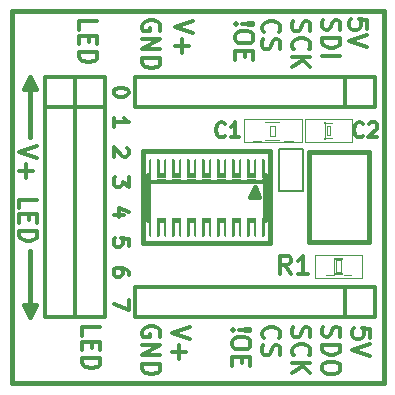
<source format=gto>
G04 (created by PCBNEW-RS274X (2011-07-08)-stable) date Wed 05 Oct 2011 12:27:17 PM CEST*
G01*
G70*
G90*
%MOIN*%
G04 Gerber Fmt 3.4, Leading zero omitted, Abs format*
%FSLAX34Y34*%
G04 APERTURE LIST*
%ADD10C,0.006000*%
%ADD11C,0.012000*%
%ADD12C,0.015000*%
%ADD13C,0.002600*%
%ADD14C,0.002000*%
%ADD15C,0.004000*%
%ADD16C,0.008000*%
%ADD17C,0.060000*%
%ADD18R,0.055000X0.055000*%
%ADD19C,0.055000*%
%ADD20R,0.023600X0.086600*%
%ADD21R,0.051100X0.059000*%
%ADD22R,0.062900X0.070800*%
%ADD23R,0.040000X0.040000*%
G04 APERTURE END LIST*
G54D10*
G54D11*
X49114Y-28014D02*
X49086Y-28042D01*
X49057Y-28014D01*
X49086Y-27985D01*
X49114Y-28014D01*
X49057Y-28014D01*
X49286Y-28014D02*
X49629Y-27985D01*
X49657Y-28014D01*
X49629Y-28042D01*
X49286Y-28014D01*
X49657Y-28014D01*
X49657Y-28414D02*
X49657Y-28528D01*
X49629Y-28586D01*
X49571Y-28643D01*
X49457Y-28671D01*
X49257Y-28671D01*
X49143Y-28643D01*
X49086Y-28586D01*
X49057Y-28528D01*
X49057Y-28414D01*
X49086Y-28357D01*
X49143Y-28300D01*
X49257Y-28271D01*
X49457Y-28271D01*
X49571Y-28300D01*
X49629Y-28357D01*
X49657Y-28414D01*
X49371Y-28929D02*
X49371Y-29129D01*
X49057Y-29215D02*
X49057Y-28929D01*
X49657Y-28929D01*
X49657Y-29215D01*
X44057Y-28215D02*
X44057Y-27929D01*
X44657Y-27929D01*
X44371Y-28415D02*
X44371Y-28615D01*
X44057Y-28701D02*
X44057Y-28415D01*
X44657Y-28415D01*
X44657Y-28701D01*
X44057Y-28958D02*
X44657Y-28958D01*
X44657Y-29101D01*
X44629Y-29186D01*
X44571Y-29244D01*
X44514Y-29272D01*
X44400Y-29301D01*
X44314Y-29301D01*
X44200Y-29272D01*
X44143Y-29244D01*
X44086Y-29186D01*
X44057Y-29101D01*
X44057Y-28958D01*
X43957Y-18015D02*
X43957Y-17729D01*
X44557Y-17729D01*
X44271Y-18215D02*
X44271Y-18415D01*
X43957Y-18501D02*
X43957Y-18215D01*
X44557Y-18215D01*
X44557Y-18501D01*
X43957Y-18758D02*
X44557Y-18758D01*
X44557Y-18901D01*
X44529Y-18986D01*
X44471Y-19044D01*
X44414Y-19072D01*
X44300Y-19101D01*
X44214Y-19101D01*
X44100Y-19072D01*
X44043Y-19044D01*
X43986Y-18986D01*
X43957Y-18901D01*
X43957Y-18758D01*
G54D12*
X42100Y-27200D02*
X42300Y-27600D01*
X42500Y-27200D02*
X42100Y-27200D01*
X42300Y-27600D02*
X42500Y-27200D01*
X42500Y-20000D02*
X42300Y-19600D01*
X42100Y-20000D02*
X42500Y-20000D01*
X42300Y-19600D02*
X42100Y-20000D01*
X42300Y-27600D02*
X42300Y-25400D01*
X42300Y-19600D02*
X42300Y-21600D01*
X54100Y-17400D02*
X41700Y-17400D01*
X54100Y-29800D02*
X54100Y-17400D01*
X41700Y-29800D02*
X54100Y-29800D01*
X41700Y-17400D02*
X41700Y-29800D01*
G54D11*
X46629Y-18043D02*
X46657Y-17986D01*
X46657Y-17900D01*
X46629Y-17815D01*
X46571Y-17757D01*
X46514Y-17729D01*
X46400Y-17700D01*
X46314Y-17700D01*
X46200Y-17729D01*
X46143Y-17757D01*
X46086Y-17815D01*
X46057Y-17900D01*
X46057Y-17957D01*
X46086Y-18043D01*
X46114Y-18072D01*
X46314Y-18072D01*
X46314Y-17957D01*
X46057Y-18329D02*
X46657Y-18329D01*
X46057Y-18672D01*
X46657Y-18672D01*
X46057Y-18958D02*
X46657Y-18958D01*
X46657Y-19101D01*
X46629Y-19186D01*
X46571Y-19244D01*
X46514Y-19272D01*
X46400Y-19301D01*
X46314Y-19301D01*
X46200Y-19272D01*
X46143Y-19244D01*
X46086Y-19186D01*
X46057Y-19101D01*
X46057Y-18958D01*
X47757Y-17729D02*
X47157Y-17929D01*
X47757Y-18129D01*
X47386Y-18329D02*
X47386Y-18786D01*
X47157Y-18557D02*
X47614Y-18557D01*
X49214Y-17814D02*
X49186Y-17842D01*
X49157Y-17814D01*
X49186Y-17785D01*
X49214Y-17814D01*
X49157Y-17814D01*
X49386Y-17814D02*
X49729Y-17785D01*
X49757Y-17814D01*
X49729Y-17842D01*
X49386Y-17814D01*
X49757Y-17814D01*
X49757Y-18214D02*
X49757Y-18328D01*
X49729Y-18386D01*
X49671Y-18443D01*
X49557Y-18471D01*
X49357Y-18471D01*
X49243Y-18443D01*
X49186Y-18386D01*
X49157Y-18328D01*
X49157Y-18214D01*
X49186Y-18157D01*
X49243Y-18100D01*
X49357Y-18071D01*
X49557Y-18071D01*
X49671Y-18100D01*
X49729Y-18157D01*
X49757Y-18214D01*
X49471Y-18729D02*
X49471Y-18929D01*
X49157Y-19015D02*
X49157Y-18729D01*
X49757Y-18729D01*
X49757Y-19015D01*
X50114Y-18101D02*
X50086Y-18072D01*
X50057Y-17986D01*
X50057Y-17929D01*
X50086Y-17844D01*
X50143Y-17786D01*
X50200Y-17758D01*
X50314Y-17729D01*
X50400Y-17729D01*
X50514Y-17758D01*
X50571Y-17786D01*
X50629Y-17844D01*
X50657Y-17929D01*
X50657Y-17986D01*
X50629Y-18072D01*
X50600Y-18101D01*
X50086Y-18329D02*
X50057Y-18415D01*
X50057Y-18558D01*
X50086Y-18615D01*
X50114Y-18644D01*
X50171Y-18672D01*
X50229Y-18672D01*
X50286Y-18644D01*
X50314Y-18615D01*
X50343Y-18558D01*
X50371Y-18444D01*
X50400Y-18386D01*
X50429Y-18358D01*
X50486Y-18329D01*
X50543Y-18329D01*
X50600Y-18358D01*
X50629Y-18386D01*
X50657Y-18444D01*
X50657Y-18586D01*
X50629Y-18672D01*
X51086Y-17729D02*
X51057Y-17815D01*
X51057Y-17958D01*
X51086Y-18015D01*
X51114Y-18044D01*
X51171Y-18072D01*
X51229Y-18072D01*
X51286Y-18044D01*
X51314Y-18015D01*
X51343Y-17958D01*
X51371Y-17844D01*
X51400Y-17786D01*
X51429Y-17758D01*
X51486Y-17729D01*
X51543Y-17729D01*
X51600Y-17758D01*
X51629Y-17786D01*
X51657Y-17844D01*
X51657Y-17986D01*
X51629Y-18072D01*
X51114Y-18672D02*
X51086Y-18643D01*
X51057Y-18557D01*
X51057Y-18500D01*
X51086Y-18415D01*
X51143Y-18357D01*
X51200Y-18329D01*
X51314Y-18300D01*
X51400Y-18300D01*
X51514Y-18329D01*
X51571Y-18357D01*
X51629Y-18415D01*
X51657Y-18500D01*
X51657Y-18557D01*
X51629Y-18643D01*
X51600Y-18672D01*
X51057Y-18929D02*
X51657Y-18929D01*
X51057Y-19272D02*
X51400Y-19015D01*
X51657Y-19272D02*
X51314Y-18929D01*
X52086Y-17686D02*
X52057Y-17772D01*
X52057Y-17915D01*
X52086Y-17972D01*
X52114Y-18001D01*
X52171Y-18029D01*
X52229Y-18029D01*
X52286Y-18001D01*
X52314Y-17972D01*
X52343Y-17915D01*
X52371Y-17801D01*
X52400Y-17743D01*
X52429Y-17715D01*
X52486Y-17686D01*
X52543Y-17686D01*
X52600Y-17715D01*
X52629Y-17743D01*
X52657Y-17801D01*
X52657Y-17943D01*
X52629Y-18029D01*
X52057Y-18286D02*
X52657Y-18286D01*
X52657Y-18429D01*
X52629Y-18514D01*
X52571Y-18572D01*
X52514Y-18600D01*
X52400Y-18629D01*
X52314Y-18629D01*
X52200Y-18600D01*
X52143Y-18572D01*
X52086Y-18514D01*
X52057Y-18429D01*
X52057Y-18286D01*
X52057Y-18886D02*
X52657Y-18886D01*
X53557Y-17987D02*
X53557Y-17701D01*
X53271Y-17672D01*
X53300Y-17701D01*
X53329Y-17758D01*
X53329Y-17901D01*
X53300Y-17958D01*
X53271Y-17987D01*
X53214Y-18015D01*
X53071Y-18015D01*
X53014Y-17987D01*
X52986Y-17958D01*
X52957Y-17901D01*
X52957Y-17758D01*
X52986Y-17701D01*
X53014Y-17672D01*
X53557Y-18186D02*
X52957Y-18386D01*
X53557Y-18586D01*
X53657Y-28287D02*
X53657Y-28001D01*
X53371Y-27972D01*
X53400Y-28001D01*
X53429Y-28058D01*
X53429Y-28201D01*
X53400Y-28258D01*
X53371Y-28287D01*
X53314Y-28315D01*
X53171Y-28315D01*
X53114Y-28287D01*
X53086Y-28258D01*
X53057Y-28201D01*
X53057Y-28058D01*
X53086Y-28001D01*
X53114Y-27972D01*
X53657Y-28486D02*
X53057Y-28686D01*
X53657Y-28886D01*
X52086Y-27914D02*
X52057Y-28000D01*
X52057Y-28143D01*
X52086Y-28200D01*
X52114Y-28229D01*
X52171Y-28257D01*
X52229Y-28257D01*
X52286Y-28229D01*
X52314Y-28200D01*
X52343Y-28143D01*
X52371Y-28029D01*
X52400Y-27971D01*
X52429Y-27943D01*
X52486Y-27914D01*
X52543Y-27914D01*
X52600Y-27943D01*
X52629Y-27971D01*
X52657Y-28029D01*
X52657Y-28171D01*
X52629Y-28257D01*
X52057Y-28514D02*
X52657Y-28514D01*
X52657Y-28657D01*
X52629Y-28742D01*
X52571Y-28800D01*
X52514Y-28828D01*
X52400Y-28857D01*
X52314Y-28857D01*
X52200Y-28828D01*
X52143Y-28800D01*
X52086Y-28742D01*
X52057Y-28657D01*
X52057Y-28514D01*
X52657Y-29228D02*
X52657Y-29342D01*
X52629Y-29400D01*
X52571Y-29457D01*
X52457Y-29485D01*
X52257Y-29485D01*
X52143Y-29457D01*
X52086Y-29400D01*
X52057Y-29342D01*
X52057Y-29228D01*
X52086Y-29171D01*
X52143Y-29114D01*
X52257Y-29085D01*
X52457Y-29085D01*
X52571Y-29114D01*
X52629Y-29171D01*
X52657Y-29228D01*
X51086Y-27929D02*
X51057Y-28015D01*
X51057Y-28158D01*
X51086Y-28215D01*
X51114Y-28244D01*
X51171Y-28272D01*
X51229Y-28272D01*
X51286Y-28244D01*
X51314Y-28215D01*
X51343Y-28158D01*
X51371Y-28044D01*
X51400Y-27986D01*
X51429Y-27958D01*
X51486Y-27929D01*
X51543Y-27929D01*
X51600Y-27958D01*
X51629Y-27986D01*
X51657Y-28044D01*
X51657Y-28186D01*
X51629Y-28272D01*
X51114Y-28872D02*
X51086Y-28843D01*
X51057Y-28757D01*
X51057Y-28700D01*
X51086Y-28615D01*
X51143Y-28557D01*
X51200Y-28529D01*
X51314Y-28500D01*
X51400Y-28500D01*
X51514Y-28529D01*
X51571Y-28557D01*
X51629Y-28615D01*
X51657Y-28700D01*
X51657Y-28757D01*
X51629Y-28843D01*
X51600Y-28872D01*
X51057Y-29129D02*
X51657Y-29129D01*
X51057Y-29472D02*
X51400Y-29215D01*
X51657Y-29472D02*
X51314Y-29129D01*
X50114Y-28301D02*
X50086Y-28272D01*
X50057Y-28186D01*
X50057Y-28129D01*
X50086Y-28044D01*
X50143Y-27986D01*
X50200Y-27958D01*
X50314Y-27929D01*
X50400Y-27929D01*
X50514Y-27958D01*
X50571Y-27986D01*
X50629Y-28044D01*
X50657Y-28129D01*
X50657Y-28186D01*
X50629Y-28272D01*
X50600Y-28301D01*
X50086Y-28529D02*
X50057Y-28615D01*
X50057Y-28758D01*
X50086Y-28815D01*
X50114Y-28844D01*
X50171Y-28872D01*
X50229Y-28872D01*
X50286Y-28844D01*
X50314Y-28815D01*
X50343Y-28758D01*
X50371Y-28644D01*
X50400Y-28586D01*
X50429Y-28558D01*
X50486Y-28529D01*
X50543Y-28529D01*
X50600Y-28558D01*
X50629Y-28586D01*
X50657Y-28644D01*
X50657Y-28786D01*
X50629Y-28872D01*
X47657Y-27929D02*
X47057Y-28129D01*
X47657Y-28329D01*
X47286Y-28529D02*
X47286Y-28986D01*
X47057Y-28757D02*
X47514Y-28757D01*
X46629Y-28243D02*
X46657Y-28186D01*
X46657Y-28100D01*
X46629Y-28015D01*
X46571Y-27957D01*
X46514Y-27929D01*
X46400Y-27900D01*
X46314Y-27900D01*
X46200Y-27929D01*
X46143Y-27957D01*
X46086Y-28015D01*
X46057Y-28100D01*
X46057Y-28157D01*
X46086Y-28243D01*
X46114Y-28272D01*
X46314Y-28272D01*
X46314Y-28157D01*
X46057Y-28529D02*
X46657Y-28529D01*
X46057Y-28872D01*
X46657Y-28872D01*
X46057Y-29158D02*
X46657Y-29158D01*
X46657Y-29301D01*
X46629Y-29386D01*
X46571Y-29444D01*
X46514Y-29472D01*
X46400Y-29501D01*
X46314Y-29501D01*
X46200Y-29472D01*
X46143Y-29444D01*
X46086Y-29386D01*
X46057Y-29301D01*
X46057Y-29158D01*
X45431Y-24195D02*
X45098Y-24195D01*
X45621Y-24076D02*
X45264Y-23957D01*
X45264Y-24267D01*
X45598Y-25219D02*
X45598Y-24981D01*
X45360Y-24957D01*
X45383Y-24981D01*
X45407Y-25029D01*
X45407Y-25148D01*
X45383Y-25195D01*
X45360Y-25219D01*
X45312Y-25243D01*
X45193Y-25243D01*
X45145Y-25219D01*
X45121Y-25195D01*
X45098Y-25148D01*
X45098Y-25029D01*
X45121Y-24981D01*
X45145Y-24957D01*
X45598Y-27033D02*
X45598Y-27367D01*
X45098Y-27152D01*
X45598Y-26195D02*
X45598Y-26100D01*
X45574Y-26052D01*
X45550Y-26029D01*
X45479Y-25981D01*
X45383Y-25957D01*
X45193Y-25957D01*
X45145Y-25981D01*
X45121Y-26005D01*
X45098Y-26052D01*
X45098Y-26148D01*
X45121Y-26195D01*
X45145Y-26219D01*
X45193Y-26243D01*
X45312Y-26243D01*
X45360Y-26219D01*
X45383Y-26195D01*
X45407Y-26148D01*
X45407Y-26052D01*
X45383Y-26005D01*
X45360Y-25981D01*
X45312Y-25957D01*
X45550Y-21957D02*
X45574Y-21981D01*
X45598Y-22029D01*
X45598Y-22148D01*
X45574Y-22195D01*
X45550Y-22219D01*
X45502Y-22243D01*
X45455Y-22243D01*
X45383Y-22219D01*
X45098Y-21933D01*
X45098Y-22243D01*
X45598Y-22933D02*
X45598Y-23243D01*
X45407Y-23076D01*
X45407Y-23148D01*
X45383Y-23195D01*
X45360Y-23219D01*
X45312Y-23243D01*
X45193Y-23243D01*
X45145Y-23219D01*
X45121Y-23195D01*
X45098Y-23148D01*
X45098Y-23005D01*
X45121Y-22957D01*
X45145Y-22933D01*
X45098Y-21243D02*
X45098Y-20957D01*
X45098Y-21100D02*
X45598Y-21100D01*
X45526Y-21052D01*
X45479Y-21005D01*
X45455Y-20957D01*
X45598Y-20076D02*
X45598Y-20124D01*
X45574Y-20172D01*
X45550Y-20195D01*
X45502Y-20219D01*
X45407Y-20243D01*
X45288Y-20243D01*
X45193Y-20219D01*
X45145Y-20195D01*
X45121Y-20172D01*
X45098Y-20124D01*
X45098Y-20076D01*
X45121Y-20029D01*
X45145Y-20005D01*
X45193Y-19981D01*
X45288Y-19957D01*
X45407Y-19957D01*
X45502Y-19981D01*
X45550Y-20005D01*
X45574Y-20029D01*
X45598Y-20076D01*
X42557Y-21886D02*
X41957Y-22086D01*
X42557Y-22286D01*
X42186Y-22486D02*
X42186Y-22943D01*
X41957Y-22714D02*
X42414Y-22714D01*
X41957Y-23972D02*
X41957Y-23686D01*
X42557Y-23686D01*
X42271Y-24172D02*
X42271Y-24372D01*
X41957Y-24458D02*
X41957Y-24172D01*
X42557Y-24172D01*
X42557Y-24458D01*
X41957Y-24715D02*
X42557Y-24715D01*
X42557Y-24858D01*
X42529Y-24943D01*
X42471Y-25001D01*
X42414Y-25029D01*
X42300Y-25058D01*
X42214Y-25058D01*
X42100Y-25029D01*
X42043Y-25001D01*
X41986Y-24943D01*
X41957Y-24858D01*
X41957Y-24715D01*
G54D12*
X51600Y-25100D02*
X53600Y-25100D01*
X53600Y-25100D02*
X53600Y-22100D01*
X53600Y-22100D02*
X51600Y-22100D01*
X51600Y-22100D02*
X51600Y-25100D01*
G54D11*
X44800Y-19600D02*
X44800Y-27600D01*
X44800Y-27600D02*
X43800Y-27600D01*
X43800Y-27600D02*
X43800Y-19600D01*
X43800Y-19600D02*
X44800Y-19600D01*
X43800Y-20600D02*
X44800Y-20600D01*
X43800Y-19600D02*
X43800Y-27600D01*
X43800Y-27600D02*
X42800Y-27600D01*
X42800Y-27600D02*
X42800Y-19600D01*
X42800Y-19600D02*
X43800Y-19600D01*
X42800Y-20600D02*
X43800Y-20600D01*
X53800Y-20600D02*
X45800Y-20600D01*
X45800Y-20600D02*
X45800Y-19600D01*
X45800Y-19600D02*
X53800Y-19600D01*
X53800Y-19600D02*
X53800Y-20600D01*
X52800Y-19600D02*
X52800Y-20600D01*
X53800Y-27600D02*
X45800Y-27600D01*
X45800Y-27600D02*
X45800Y-26600D01*
X45800Y-26600D02*
X53800Y-26600D01*
X53800Y-26600D02*
X53800Y-27600D01*
X52800Y-26600D02*
X52800Y-27600D01*
G54D12*
X49800Y-23250D02*
X49800Y-23600D01*
X49800Y-23250D02*
X49950Y-23600D01*
X49950Y-23600D02*
X49650Y-23600D01*
X49650Y-23600D02*
X49800Y-23250D01*
X50046Y-22380D02*
X49853Y-22380D01*
X49853Y-22380D02*
X49853Y-22813D01*
X50046Y-22813D02*
X49853Y-22813D01*
X50046Y-22380D02*
X50046Y-22813D01*
X49546Y-22380D02*
X49353Y-22380D01*
X49353Y-22380D02*
X49353Y-22813D01*
X49546Y-22813D02*
X49353Y-22813D01*
X49546Y-22380D02*
X49546Y-22813D01*
X49046Y-22380D02*
X48853Y-22380D01*
X48853Y-22380D02*
X48853Y-22813D01*
X49046Y-22813D02*
X48853Y-22813D01*
X49046Y-22380D02*
X49046Y-22813D01*
X48546Y-22380D02*
X48353Y-22380D01*
X48353Y-22380D02*
X48353Y-22813D01*
X48546Y-22813D02*
X48353Y-22813D01*
X48546Y-22380D02*
X48546Y-22813D01*
X47547Y-24387D02*
X47354Y-24387D01*
X47354Y-24387D02*
X47354Y-24820D01*
X47547Y-24820D02*
X47354Y-24820D01*
X47547Y-24387D02*
X47547Y-24820D01*
X48047Y-24387D02*
X47854Y-24387D01*
X47854Y-24387D02*
X47854Y-24820D01*
X48047Y-24820D02*
X47854Y-24820D01*
X48047Y-24387D02*
X48047Y-24820D01*
X48546Y-24387D02*
X48353Y-24387D01*
X48353Y-24387D02*
X48353Y-24820D01*
X48546Y-24820D02*
X48353Y-24820D01*
X48546Y-24387D02*
X48546Y-24820D01*
X49046Y-24387D02*
X48853Y-24387D01*
X48853Y-24387D02*
X48853Y-24820D01*
X49046Y-24820D02*
X48853Y-24820D01*
X49046Y-24387D02*
X49046Y-24820D01*
X48047Y-22380D02*
X47854Y-22380D01*
X47854Y-22380D02*
X47854Y-22813D01*
X48047Y-22813D02*
X47854Y-22813D01*
X48047Y-22380D02*
X48047Y-22813D01*
X47547Y-22380D02*
X47354Y-22380D01*
X47354Y-22380D02*
X47354Y-22813D01*
X47547Y-22813D02*
X47354Y-22813D01*
X47547Y-22380D02*
X47547Y-22813D01*
X47047Y-22380D02*
X46854Y-22380D01*
X46854Y-22380D02*
X46854Y-22813D01*
X47047Y-22813D02*
X46854Y-22813D01*
X47047Y-22380D02*
X47047Y-22813D01*
X46547Y-22380D02*
X46354Y-22380D01*
X46354Y-22380D02*
X46354Y-22813D01*
X46547Y-22813D02*
X46354Y-22813D01*
X46547Y-22380D02*
X46547Y-22813D01*
X46547Y-24387D02*
X46354Y-24387D01*
X46354Y-24387D02*
X46354Y-24820D01*
X46547Y-24820D02*
X46354Y-24820D01*
X46547Y-24387D02*
X46547Y-24820D01*
X47047Y-24387D02*
X46854Y-24387D01*
X46854Y-24387D02*
X46854Y-24820D01*
X47047Y-24820D02*
X46854Y-24820D01*
X47047Y-24387D02*
X47047Y-24820D01*
X49546Y-24387D02*
X49353Y-24387D01*
X49353Y-24387D02*
X49353Y-24820D01*
X49546Y-24820D02*
X49353Y-24820D01*
X49546Y-24387D02*
X49546Y-24820D01*
X50046Y-24387D02*
X49853Y-24387D01*
X49853Y-24387D02*
X49853Y-24820D01*
X50046Y-24820D02*
X49853Y-24820D01*
X50046Y-24387D02*
X50046Y-24820D01*
X50324Y-25135D02*
X46076Y-25135D01*
X46076Y-22065D02*
X50324Y-22065D01*
X50324Y-22065D02*
X50324Y-25135D01*
X46256Y-22852D02*
X50144Y-22852D01*
X50144Y-22852D02*
X50144Y-23049D01*
X50144Y-23049D02*
X50144Y-24348D01*
X50144Y-24348D02*
X46256Y-24348D01*
X46256Y-23049D02*
X50144Y-23049D01*
X46256Y-24348D02*
X46256Y-23049D01*
X46256Y-23049D02*
X46256Y-22852D01*
X46076Y-25135D02*
X46076Y-22065D01*
G54D13*
X52440Y-25625D02*
X52185Y-25625D01*
X52185Y-25625D02*
X52185Y-26176D01*
X52440Y-26176D02*
X52185Y-26176D01*
X52440Y-25625D02*
X52440Y-26176D01*
X53020Y-25625D02*
X52764Y-25625D01*
X52764Y-25625D02*
X52764Y-26176D01*
X53020Y-26176D02*
X52764Y-26176D01*
X53020Y-25625D02*
X53020Y-26176D01*
X52678Y-25704D02*
X52522Y-25704D01*
X52522Y-25704D02*
X52522Y-26096D01*
X52678Y-26096D02*
X52522Y-26096D01*
X52678Y-25704D02*
X52678Y-26096D01*
G54D10*
X52761Y-26150D02*
X52439Y-26150D01*
X52761Y-25650D02*
X52439Y-25650D01*
G54D14*
X53376Y-26287D02*
X51824Y-26287D01*
X51824Y-26287D02*
X51824Y-25513D01*
X51824Y-25513D02*
X53376Y-25513D01*
X53376Y-25513D02*
X53376Y-26287D01*
G54D13*
X51071Y-21049D02*
X50775Y-21049D01*
X50775Y-21049D02*
X50775Y-21718D01*
X51071Y-21718D02*
X50775Y-21718D01*
X51071Y-21049D02*
X51071Y-21718D01*
X50027Y-21050D02*
X49731Y-21050D01*
X49731Y-21050D02*
X49731Y-21719D01*
X50027Y-21719D02*
X49731Y-21719D01*
X50027Y-21050D02*
X50027Y-21719D01*
X50479Y-21227D02*
X50323Y-21227D01*
X50323Y-21227D02*
X50323Y-21541D01*
X50479Y-21541D02*
X50323Y-21541D01*
X50479Y-21227D02*
X50479Y-21541D01*
G54D14*
X51374Y-21771D02*
X49428Y-21771D01*
X49428Y-20997D02*
X51374Y-20997D01*
X51374Y-20997D02*
X51374Y-21771D01*
X49428Y-21771D02*
X49428Y-20997D01*
G54D15*
X50780Y-21693D02*
X50022Y-21693D01*
X50780Y-21075D02*
X50022Y-21075D01*
G54D13*
X51833Y-21661D02*
X52128Y-21661D01*
X52128Y-21661D02*
X52128Y-21091D01*
X51833Y-21091D02*
X52128Y-21091D01*
X51833Y-21661D02*
X51833Y-21091D01*
X52402Y-21661D02*
X52697Y-21661D01*
X52697Y-21661D02*
X52697Y-21091D01*
X52402Y-21091D02*
X52697Y-21091D01*
X52402Y-21661D02*
X52402Y-21091D01*
X52223Y-21533D02*
X52301Y-21533D01*
X52301Y-21533D02*
X52301Y-21219D01*
X52223Y-21219D02*
X52301Y-21219D01*
X52223Y-21533D02*
X52223Y-21219D01*
G54D14*
X51486Y-20989D02*
X53038Y-20989D01*
X53038Y-21763D02*
X51486Y-21763D01*
X51486Y-21763D02*
X51486Y-20989D01*
G54D15*
X52112Y-21117D02*
X52412Y-21117D01*
X52122Y-21635D02*
X52412Y-21635D01*
G54D14*
X53038Y-20989D02*
X53038Y-21763D01*
G54D16*
X51400Y-23400D02*
X51400Y-22050D01*
X51400Y-22050D02*
X51400Y-22000D01*
X51400Y-22000D02*
X50600Y-22000D01*
X50600Y-22000D02*
X50600Y-23400D01*
X50600Y-23400D02*
X51400Y-23400D01*
G54D11*
X51001Y-26143D02*
X50801Y-25857D01*
X50658Y-26143D02*
X50658Y-25543D01*
X50886Y-25543D01*
X50944Y-25571D01*
X50972Y-25600D01*
X51001Y-25657D01*
X51001Y-25743D01*
X50972Y-25800D01*
X50944Y-25829D01*
X50886Y-25857D01*
X50658Y-25857D01*
X51572Y-26143D02*
X51229Y-26143D01*
X51401Y-26143D02*
X51401Y-25543D01*
X51344Y-25629D01*
X51286Y-25686D01*
X51229Y-25714D01*
X48817Y-21555D02*
X48793Y-21579D01*
X48722Y-21602D01*
X48674Y-21602D01*
X48602Y-21579D01*
X48555Y-21531D01*
X48531Y-21483D01*
X48507Y-21388D01*
X48507Y-21317D01*
X48531Y-21221D01*
X48555Y-21174D01*
X48602Y-21126D01*
X48674Y-21102D01*
X48722Y-21102D01*
X48793Y-21126D01*
X48817Y-21150D01*
X49293Y-21602D02*
X49007Y-21602D01*
X49150Y-21602D02*
X49150Y-21102D01*
X49102Y-21174D01*
X49055Y-21221D01*
X49007Y-21245D01*
X53417Y-21555D02*
X53393Y-21579D01*
X53322Y-21602D01*
X53274Y-21602D01*
X53202Y-21579D01*
X53155Y-21531D01*
X53131Y-21483D01*
X53107Y-21388D01*
X53107Y-21317D01*
X53131Y-21221D01*
X53155Y-21174D01*
X53202Y-21126D01*
X53274Y-21102D01*
X53322Y-21102D01*
X53393Y-21126D01*
X53417Y-21150D01*
X53607Y-21150D02*
X53631Y-21126D01*
X53679Y-21102D01*
X53798Y-21102D01*
X53845Y-21126D01*
X53869Y-21150D01*
X53893Y-21198D01*
X53893Y-21245D01*
X53869Y-21317D01*
X53583Y-21602D01*
X53893Y-21602D01*
%LPC*%
G54D17*
X53100Y-24600D03*
X52100Y-23600D03*
X53100Y-22600D03*
G54D18*
X44300Y-20100D03*
G54D19*
X44300Y-21100D03*
X44300Y-22100D03*
X44300Y-23100D03*
X44300Y-24100D03*
X44300Y-25100D03*
X44300Y-26100D03*
X44300Y-27100D03*
G54D18*
X43300Y-20100D03*
G54D19*
X43300Y-21100D03*
X43300Y-22100D03*
X43300Y-23100D03*
X43300Y-24100D03*
X43300Y-25100D03*
X43300Y-26100D03*
X43300Y-27100D03*
G54D18*
X53300Y-20100D03*
G54D19*
X52300Y-20100D03*
X51300Y-20100D03*
X50300Y-20100D03*
X49300Y-20100D03*
X48300Y-20100D03*
X47300Y-20100D03*
X46300Y-20100D03*
G54D18*
X53300Y-27100D03*
G54D19*
X52300Y-27100D03*
X51300Y-27100D03*
X50300Y-27100D03*
X49300Y-27100D03*
X48300Y-27100D03*
X47300Y-27100D03*
X46300Y-27100D03*
G54D20*
X49950Y-22577D03*
X49450Y-22577D03*
X48950Y-22577D03*
X48450Y-22577D03*
X47950Y-22577D03*
X47450Y-22577D03*
X46950Y-22577D03*
X46450Y-22577D03*
X46450Y-24623D03*
X46950Y-24623D03*
X47450Y-24623D03*
X47950Y-24623D03*
X48450Y-24623D03*
X48950Y-24623D03*
X49450Y-24623D03*
X49950Y-24623D03*
G54D21*
X52974Y-25900D03*
X52226Y-25900D03*
G54D22*
X50952Y-21384D03*
X49850Y-21384D03*
G54D21*
X51888Y-21376D03*
X52636Y-21376D03*
G54D23*
X51000Y-22425D03*
X51000Y-22975D03*
M02*

</source>
